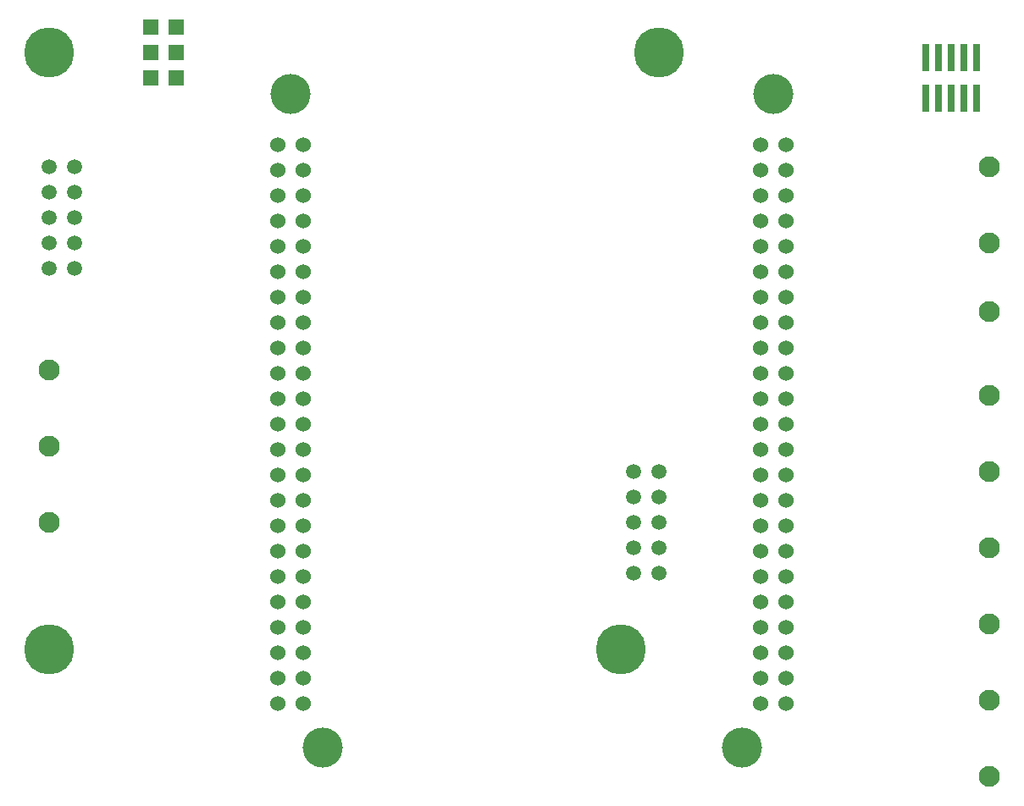
<source format=gbr>
G04 Layer_Color=255*
%FSLAX26Y26*%
%MOIN*%
%TF.FileFunction,Pads,Top*%
%TF.Part,Single*%
G01*
G75*
%TA.AperFunction,SMDPad,CuDef*%
%ADD10R,0.029134X0.109843*%
%TA.AperFunction,ComponentPad*%
%ADD12C,0.082677*%
%ADD13R,0.060000X0.060000*%
%ADD14C,0.060000*%
%ADD15C,0.157480*%
%TA.AperFunction,ViaPad*%
%ADD16C,0.196850*%
%TA.AperFunction,ComponentPad*%
%ADD17C,0.059055*%
D10*
X3650000Y2169882D02*
D03*
X3600000D02*
D03*
X3550000D02*
D03*
X3500000D02*
D03*
X3450000D02*
D03*
Y2330118D02*
D03*
X3500000D02*
D03*
X3550000D02*
D03*
X3600000D02*
D03*
X3650000D02*
D03*
D12*
X3700000Y1900000D02*
D03*
Y1330000D02*
D03*
Y400000D02*
D03*
Y-200000D02*
D03*
Y100000D02*
D03*
Y1600000D02*
D03*
Y700000D02*
D03*
Y1000000D02*
D03*
X0Y500000D02*
D03*
X3700000Y-500000D02*
D03*
X0Y800000D02*
D03*
Y1100000D02*
D03*
D13*
X500000Y2250000D02*
D03*
Y2350000D02*
D03*
Y2450000D02*
D03*
X400000D02*
D03*
Y2350000D02*
D03*
Y2250000D02*
D03*
D14*
X900000Y1987500D02*
D03*
X2800000Y-212500D02*
D03*
Y-112500D02*
D03*
Y-12500D02*
D03*
Y87500D02*
D03*
Y187500D02*
D03*
Y287500D02*
D03*
Y387500D02*
D03*
Y487500D02*
D03*
Y587500D02*
D03*
Y687500D02*
D03*
Y787500D02*
D03*
Y887500D02*
D03*
Y987500D02*
D03*
Y1087500D02*
D03*
Y1187500D02*
D03*
Y1287500D02*
D03*
Y1387500D02*
D03*
Y1487500D02*
D03*
Y1587500D02*
D03*
Y1687500D02*
D03*
Y1787500D02*
D03*
Y1887500D02*
D03*
X2900000Y-212500D02*
D03*
Y-112500D02*
D03*
Y-12500D02*
D03*
Y87500D02*
D03*
Y187500D02*
D03*
Y287500D02*
D03*
Y387500D02*
D03*
Y487500D02*
D03*
Y587500D02*
D03*
Y687500D02*
D03*
Y787500D02*
D03*
Y887500D02*
D03*
Y987500D02*
D03*
Y1087500D02*
D03*
Y1187500D02*
D03*
Y1287500D02*
D03*
Y1387500D02*
D03*
Y1487500D02*
D03*
Y1587500D02*
D03*
Y1687500D02*
D03*
Y1787500D02*
D03*
Y1887500D02*
D03*
Y1987500D02*
D03*
X2800000D02*
D03*
X900000Y-212500D02*
D03*
Y-112500D02*
D03*
Y-12500D02*
D03*
Y87500D02*
D03*
Y187500D02*
D03*
Y287500D02*
D03*
Y387500D02*
D03*
Y487500D02*
D03*
Y587500D02*
D03*
Y687500D02*
D03*
Y787500D02*
D03*
Y887500D02*
D03*
Y987500D02*
D03*
Y1087500D02*
D03*
Y1187500D02*
D03*
Y1287500D02*
D03*
Y1387500D02*
D03*
Y1487500D02*
D03*
Y1587500D02*
D03*
Y1687500D02*
D03*
Y1787500D02*
D03*
Y1887500D02*
D03*
X1000000Y-212500D02*
D03*
Y-112500D02*
D03*
Y-12500D02*
D03*
Y87500D02*
D03*
Y187500D02*
D03*
Y287500D02*
D03*
Y387500D02*
D03*
Y487500D02*
D03*
Y587500D02*
D03*
Y687500D02*
D03*
Y787500D02*
D03*
Y887500D02*
D03*
Y987500D02*
D03*
Y1087500D02*
D03*
Y1187500D02*
D03*
Y1287500D02*
D03*
Y1387500D02*
D03*
Y1487500D02*
D03*
Y1587500D02*
D03*
Y1687500D02*
D03*
Y1787500D02*
D03*
Y1887500D02*
D03*
Y1987500D02*
D03*
D15*
X1075000Y-387500D02*
D03*
X2725000D02*
D03*
X2850000Y2187500D02*
D03*
X950000D02*
D03*
D16*
X0Y2350000D02*
D03*
X2400000D02*
D03*
X2250000Y0D02*
D03*
X0D02*
D03*
D17*
X2400000Y700000D02*
D03*
Y600000D02*
D03*
Y500000D02*
D03*
Y400000D02*
D03*
Y300000D02*
D03*
X2300000Y700000D02*
D03*
Y600000D02*
D03*
Y500000D02*
D03*
Y400000D02*
D03*
Y300000D02*
D03*
X100000Y1900000D02*
D03*
Y1800000D02*
D03*
Y1700000D02*
D03*
Y1600000D02*
D03*
Y1500000D02*
D03*
X0Y1900000D02*
D03*
Y1800000D02*
D03*
Y1700000D02*
D03*
Y1600000D02*
D03*
Y1500000D02*
D03*
%TF.MD5,c89e8150f1fd2b3705e159bdfce4892c*%
M02*

</source>
